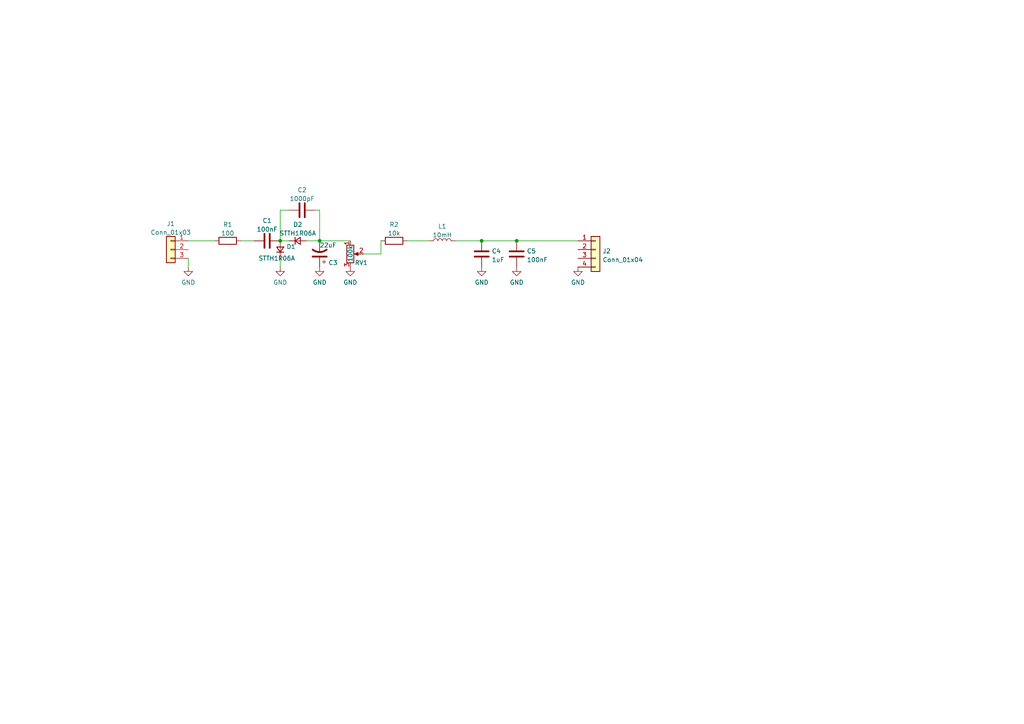
<source format=kicad_sch>
(kicad_sch (version 20211123) (generator eeschema)
  (paper "A4")
  (title_block (title "G1 Mod") (date "2022-11-11") (rev "1"))
  (lib_symbols
    (symbol "Connector_Generic:Conn_01x03" (pin_names (offset 1.016) hide)
      (property "Reference" "J" (at 0 5.08 0))
      (property "Value" "Conn_01x03" (at 0 -5.08 0))
      (symbol "Conn_01x03_1_1"
        (rectangle (start -1.27 -2.413) (end 0 -2.667) (stroke (width 0.1524)))
        (rectangle (start -1.27 0.127) (end 0 -0.127) (stroke (width 0.1524)))
        (rectangle (start -1.27 2.667) (end 0 2.413) (stroke (width 0.1524)))
        (rectangle (start -1.27 3.81) (end 1.27 -3.81) (stroke (width 0.254)) (fill (type background)))
        (pin passive line (at -5.08 2.54 0) (length 3.81) (name "Pin_1") (number "1"))
        (pin passive line (at -5.08 0 0) (length 3.81) (name "Pin_2") (number "2"))
        (pin passive line (at -5.08 -2.54 0) (length 3.81) (name "Pin_3") (number "3"))
      )
    )
    (symbol "Connector_Generic:Conn_01x04" (pin_names (offset 1.016) hide)
      (property "Reference" "J" (at 0 5.08 0))
      (property "Value" "Conn_01x04" (at 0 -7.62 0))
      (symbol "Conn_01x04_1_1"
        (rectangle (start -1.27 -4.953) (end 0 -5.207) (stroke (width 0.1524)))
        (rectangle (start -1.27 -2.413) (end 0 -2.667) (stroke (width 0.1524)))
        (rectangle (start -1.27 0.127) (end 0 -0.127) (stroke (width 0.1524)))
        (rectangle (start -1.27 2.667) (end 0 2.413) (stroke (width 0.1524)))
        (rectangle (start -1.27 3.81) (end 1.27 -6.35) (stroke (width 0.254)) (fill (type background)))
        (pin passive line (at -5.08 2.54 0) (length 3.81) (name "Pin_1") (number "1"))
        (pin passive line (at -5.08 0 0) (length 3.81) (name "Pin_2") (number "2"))
        (pin passive line (at -5.08 -2.54 0) (length 3.81) (name "Pin_3") (number "3"))
        (pin passive line (at -5.08 -5.08 0) (length 3.81) (name "Pin_4") (number "4"))
      )
    )
    (symbol "Device:C" (pin_numbers hide) (pin_names (offset 0.254))
      (property "Reference" "C" (at 0.635 2.54 0))
      (property "Value" "C" (at 0.635 -2.54 0))
      (symbol "C_0_1"
        (polyline (pts (xy -2.032 -0.762) (xy 2.032 -0.762)) (stroke (width 0.508)))
        (polyline (pts (xy -2.032 0.762) (xy 2.032 0.762)) (stroke (width 0.508)))
      )
      (symbol "C_1_1"
        (pin passive line (at 0 3.81 270) (length 2.794) (name "~") (number "1"))
        (pin passive line (at 0 -3.81 90) (length 2.794) (name "~") (number "2"))
      )
    )
    (symbol "Device:C_Polarized_US" (pin_numbers hide) (pin_names (offset 0.254) hide)
      (property "Reference" "C" (at 0.635 2.54 0))
      (property "Value" "C_Polarized_US" (at 0.635 -2.54 0))
      (symbol "C_Polarized_US_0_1"
        (polyline (pts (xy -2.032 0.762) (xy 2.032 0.762)) (stroke (width 0.508)))
        (polyline (pts (xy -1.778 2.286) (xy -0.762 2.286)))
        (polyline (pts (xy -1.27 1.778) (xy -1.27 2.794)))
        (arc (start 2.032 -1.27) (mid 0 -0.5572) (end -2.032 -1.27) (stroke (width 0.508)))
      )
      (symbol "C_Polarized_US_1_1"
        (pin passive line (at 0 3.81 270) (length 2.794) (name "~") (number "1"))
        (pin passive line (at 0 -3.81 90) (length 3.302) (name "~") (number "2"))
      )
    )
    (symbol "Device:D_Small" (pin_numbers hide) (pin_names (offset 0.254) hide)
      (property "Reference" "D" (at -1.27 2.032 0))
      (property "Value" "D_Small" (at -3.81 -2.032 0))
      (symbol "D_Small_0_1"
        (polyline (pts (xy -0.762 -1.016) (xy -0.762 1.016)) (stroke (width 0.254)))
        (polyline (pts (xy -0.762 0) (xy 0.762 0)))
        (polyline (pts (xy 0.762 -1.016) (xy -0.762 0) (xy 0.762 1.016) (xy 0.762 -1.016)) (stroke (width 0.254)))
      )
      (symbol "D_Small_1_1"
        (pin passive line (at -2.54 0 0) (length 1.778) (name "K") (number "1"))
        (pin passive line (at 2.54 0 180) (length 1.778) (name "A") (number "2"))
      )
    )
    (symbol "Device:L" (pin_numbers hide) (pin_names (offset 1.016) hide)
      (property "Reference" "L" (at -1.27 0 90))
      (property "Value" "L" (at 1.905 0 90))
      (symbol "L_0_1"
        (arc (start 0 -2.54) (mid 0.635 -1.905) (end 0 -1.27))
        (arc (start 0 -1.27) (mid 0.635 -0.635) (end 0 0))
        (arc (start 0 0) (mid 0.635 0.635) (end 0 1.27))
        (arc (start 0 1.27) (mid 0.635 1.905) (end 0 2.54))
      )
      (symbol "L_1_1"
        (pin passive line (at 0 3.81 270) (length 1.27) (name "1") (number "1"))
        (pin passive line (at 0 -3.81 90) (length 1.27) (name "2") (number "2"))
      )
    )
    (symbol "Device:R" (pin_numbers hide) (pin_names (offset 0))
      (property "Reference" "R" (at 2.032 0 90))
      (property "Value" "R" (at 0 0 90))
      (symbol "R_0_1"
        (rectangle (start -1.016 -2.54) (end 1.016 2.54) (stroke (width 0.254)))
      )
      (symbol "R_1_1"
        (pin passive line (at 0 3.81 270) (length 1.27) (name "~") (number "1"))
        (pin passive line (at 0 -3.81 90) (length 1.27) (name "~") (number "2"))
      )
    )
    (symbol "Device:R_Potentiometer" (pin_names (offset 1.016) hide)
      (property "Reference" "RV" (at -4.445 0 90))
      (property "Value" "R_Potentiometer" (at -2.54 0 90))
      (symbol "R_Potentiometer_0_1"
        (polyline (pts (xy 2.54 0) (xy 1.524 0)))
        (polyline (pts (xy 1.143 0) (xy 2.286 0.508) (xy 2.286 -0.508) (xy 1.143 0)) (fill (type outline)))
        (rectangle (start 1.016 2.54) (end -1.016 -2.54) (stroke (width 0.254)))
      )
      (symbol "R_Potentiometer_1_1"
        (pin passive line (at 0 3.81 270) (length 1.27) (name "1") (number "1"))
        (pin passive line (at 3.81 0 180) (length 1.27) (name "2") (number "2"))
        (pin passive line (at 0 -3.81 90) (length 1.27) (name "3") (number "3"))
      )
    )
    (symbol "power:GND" (power) (pin_names (offset 0))
      (property "Value" "GND" (at 0 -3.81 0))
      (symbol "GND_0_1"
        (polyline (pts (xy 0 0) (xy 0 -1.27) (xy 1.27 -1.27) (xy 0 -2.54) (xy -1.27 -1.27) (xy 0 -1.27)))
      )
      (symbol "GND_1_1"
        (pin power_in line (at 0 0 270) (length 0) hide (name "GND") (number "1"))
      )
    )
  )
  (junction (at 81.28 69.85))
  (junction (at 149.86 69.85))
  (junction (at 139.7 69.85))
  (junction (at 92.71 69.85))
  (wire (pts (xy 81.28 60.96) (xy 81.28 69.85)))
  (wire (pts (xy 132.08 69.85) (xy 139.7 69.85)))
  (wire (pts (xy 54.61 74.93) (xy 54.61 77.47)))
  (wire (pts (xy 92.71 60.96) (xy 92.71 69.85)))
  (wire (pts (xy 118.11 69.85) (xy 124.46 69.85)))
  (wire (pts (xy 91.44 60.96) (xy 92.71 60.96)))
  (wire (pts (xy 92.71 69.85) (xy 101.6 69.85)))
  (wire (pts (xy 110.49 69.85) (xy 110.49 73.66)))
  (wire (pts (xy 81.28 69.85) (xy 83.82 69.85)))
  (wire (pts (xy 54.61 69.85) (xy 62.23 69.85)))
  (wire (pts (xy 149.86 69.85) (xy 167.64 69.85)))
  (wire (pts (xy 83.82 60.96) (xy 81.28 60.96)))
  (wire (pts (xy 69.85 69.85) (xy 73.66 69.85)))
  (wire (pts (xy 139.7 69.85) (xy 149.86 69.85)))
  (wire (pts (xy 110.49 73.66) (xy 105.41 73.66)))
  (wire (pts (xy 81.28 74.93) (xy 81.28 77.47)))
  (wire (pts (xy 88.9 69.85) (xy 92.71 69.85)))
  (symbol (lib_id "power:GND") (at 167.64 77.47 0) (unit 1)
    (property "Reference" "#PWR0105" (effects hide))
    (property "Value" "GND" (at 167.64 81.9134 0))
  )
  (symbol (lib_id "Device:D_Small") (at 86.36 69.85 0) (unit 1)
    (property "Reference" "D2" (at 86.36 65.1342 0))
    (property "Value" "STTH1R06A" (at 86.36 67.6711 0))
    (property "Footprint" "Diode_SMD:D_SMA" (effects hide))
    (property "MPN" "C13337" (effects hide))
  )
  (symbol (lib_id "power:GND") (at 149.86 77.47 0) (unit 1)
    (property "Reference" "#PWR0106" (effects hide))
    (property "Value" "GND" (at 149.86 81.9134 0))
  )
  (symbol (lib_id "Device:C") (at 149.86 73.66 180) (unit 1)
    (property "Reference" "C5" (at 152.781 72.8253 0) (effects (justify right)))
    (property "Value" "100nF" (at 152.781 75.3622 0) (effects (justify right)))
    (property "Footprint" "Capacitor_SMD:C_1210_3225Metric" (effects hide))
    (property "MPN" "C342668" (effects hide))
  )
  (symbol (lib_id "Device:C") (at 139.7 73.66 180) (unit 1)
    (property "Reference" "C4" (at 142.621 72.8253 0) (effects (justify right)))
    (property "Value" "1uF" (at 142.621 75.3622 0) (effects (justify right)))
    (property "Footprint" "Capacitor_SMD:C_1812_4532Metric" (effects hide))
    (property "MPN" "C381468" (effects hide))
  )
  (symbol (lib_id "Device:R") (at 66.04 69.85 90) (unit 1)
    (property "Reference" "R1" (at 66.04 65.1342 90))
    (property "Value" "100" (at 66.04 67.6711 90))
    (property "Footprint" "Resistor_SMD:R_1206_3216Metric" (effects hide))
    (property "MPN" "C17901" (effects hide))
  )
  (symbol (lib_id "Device:C_Polarized_US") (at 92.71 73.66 180) (unit 1)
    (property "Reference" "C3" (at 95.25 76.2 0) (effects (justify right)))
    (property "Value" "22uF" (at 92.71 71.12 0) (effects (justify right)))
    (property "Footprint" "Capacitor_SMD:CP_Elec_16x17.5" (effects hide))
    (property "MPN" "C249612" (effects hide))
  )
  (symbol (lib_id "Device:R") (at 114.3 69.85 90) (unit 1)
    (property "Reference" "R2" (at 114.3 65.1342 90))
    (property "Value" "10k" (at 114.3 67.6711 90))
    (property "Footprint" "Resistor_SMD:R_1206_3216Metric" (effects hide))
    (property "MPN" "C17902" (effects hide))
  )
  (symbol (lib_id "power:GND") (at 92.71 77.47 0) (unit 1)
    (property "Reference" "#PWR0103" (effects hide))
    (property "Value" "GND" (at 92.71 81.9134 0))
  )
  (symbol (lib_id "Device:D_Small") (at 81.28 72.39 90) (unit 1)
    (property "Reference" "D1" (at 83.058 71.5553 90) (effects (justify right)))
    (property "Value" "STTH1R06A" (at 74.93 74.93 90) (effects (justify right)))
    (property "Footprint" "Diode_SMD:D_SMA" (effects hide))
    (property "MPN" "C13337" (effects hide))
  )
  (symbol (lib_id "Connector_Generic:Conn_01x04") (at 172.72 72.39 0) (unit 1)
    (property "Reference" "J2" (at 174.752 72.8253 0) (effects (justify left)))
    (property "Value" "Conn_01x04" (at 174.752 75.3622 0) (effects (justify left)))
    (property "Footprint" "Connector_JST:JST_XH_B4B-XH-A_1x04_P2.50mm_Vertical" (effects hide))
    (property "MPN" "C144395" (effects hide))
  )
  (symbol (lib_id "power:GND") (at 54.61 77.47 0) (unit 1)
    (property "Reference" "#PWR0102" (effects hide))
    (property "Value" "GND" (at 54.61 81.9134 0))
  )
  (symbol (lib_id "Device:C") (at 87.63 60.96 90) (unit 1)
    (property "Reference" "C2" (at 87.63 55.1012 90))
    (property "Value" "1000pF" (at 87.63 57.6381 90))
    (property "Footprint" "Capacitor_SMD:C_1206_3216Metric" (effects hide))
    (property "MPN" "C35216" (effects hide))
  )
  (symbol (lib_id "Connector_Generic:Conn_01x03") (at 49.53 72.39 0) (mirror y) (unit 1)
    (property "Reference" "J1" (at 49.53 64.8802 0))
    (property "Value" "Conn_01x03" (at 49.53 67.4171 0))
    (property "Footprint" "Connector_JST:JST_XH_B3B-XH-A_1x03_P2.50mm_Vertical" (effects hide))
    (property "MPN" "C144394" (effects hide))
  )
  (symbol (lib_id "Device:C") (at 77.47 69.85 90) (unit 1)
    (property "Reference" "C1" (at 77.47 63.9912 90))
    (property "Value" "100nF" (at 77.47 66.5281 90))
    (property "Footprint" "Capacitor_SMD:C_1210_3225Metric" (effects hide))
    (property "MPN" "C342668" (effects hide))
  )
  (symbol (lib_id "power:GND") (at 81.28 77.47 0) (unit 1)
    (property "Reference" "#PWR0101" (effects hide))
    (property "Value" "GND" (at 81.28 81.9134 0))
  )
  (symbol (lib_id "Device:L") (at 128.27 69.85 90) (unit 1)
    (property "Reference" "L1" (at 128.27 65.6422 90))
    (property "Value" "10mH" (at 128.27 68.1791 90))
    (property "Footprint" "Inductor_SMD:L_12x12mm_H6mm" (effects hide))
    (property "MPN" "C718296" (effects hide))
  )
  (symbol (lib_id "power:GND") (at 101.6 77.47 0) (unit 1)
    (property "Reference" "#PWR0104" (effects hide))
    (property "Value" "GND" (at 101.6 81.9134 0))
  )
  (symbol (lib_id "power:GND") (at 139.7 77.47 0) (unit 1)
    (property "Reference" "#PWR0107" (effects hide))
    (property "Value" "GND" (at 139.7 81.9134 0))
  )
  (symbol (lib_id "Device:R_Potentiometer") (at 101.6 73.66 0) (unit 1)
    (property "Reference" "RV1" (at 106.68 76.2 0) (effects (justify right)))
    (property "Value" "100k" (at 101.6 71.12 90) (effects (justify right)))
    (property "Footprint" "Potentiometer_SMD:TRIM_3313J-1-103E" (effects hide))
    (property "MPN" "C89235" (effects hide))
  )
)
</source>
